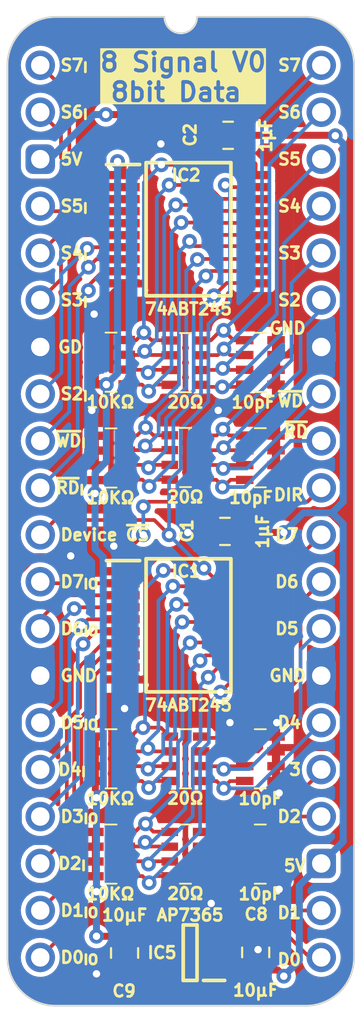
<source format=kicad_pcb>
(kicad_pcb (version 20240108) (generator "pcbnew") (generator_version "8.0")
  (title_block (title "8bit Data 8bit Signal Buffer") (date "2024-02-16") (rev "V0"))
  (layers (0 "F.Cu" signal) (31 "B.Cu" signal) (34 "B.Paste" user) (35 "F.Paste" user) (36 "B.SilkS" user "B.Silkscreen") (37 "F.SilkS" user "F.Silkscreen") (38 "B.Mask" user) (39 "F.Mask" user) (44 "Edge.Cuts" user))
  (net 0 "")
  (net 1 "GND")
  (net 2 "5V")
  (net 3 "/3.3V")
  (net 4 "D7_{s}")
  (net 5 "D4_{s}")
  (net 6 "D5_{s}")
  (net 7 "D6_{s}")
  (net 8 "D0_{s}")
  (net 9 "D2_{s}")
  (net 10 "D3_{s}")
  (net 12 "/D0")
  (net 13 "/D1")
  (net 14 "/D2")
  (net 15 "/D3")
  (net 16 "/D4")
  (net 17 "/D5")
  (net 18 "/D6")
  (net 19 "/D7")
  (net 20 "D1_{s}")
  (net 21 "S3_{s}")
  (net 22 "~{WD}_{s}")
  (net 23 "S2_{s}")
  (net 24 "~{RD}_{s}")
  (net 25 "S5_{s}")
  (net 26 "S6_{s}")
  (net 27 "S4_{s}")
  (net 28 "S7_{s}")
  (net 29 "/S7")
  (net 30 "/S6")
  (net 31 "/S5")
  (net 32 "/S4")
  (net 33 "/S3")
  (net 34 "/S2")
  (net 35 "D2_{IN{slash}OUT}")
  (net 36 "D4_{IN{slash}OUT}")
  (net 37 "D0_{IN{slash}OUT}")
  (net 38 "D3_{IN{slash}OUT}")
  (net 39 "D7_{IN{slash}OUT}")
  (net 40 "D6_{IN{slash}OUT}")
  (net 41 "D5_{IN{slash}OUT}")
  (net 42 "DIR")
  (net 43 "Device ~{CS}")
  (net 44 "D1_{IN{slash}OUT}")
  (net 45 "~{WD}_{IN}")
  (net 46 "S5_{IN}")
  (net 47 "S3_{IN}")
  (net 48 "~{RD}_{IN}")
  (net 49 "S4_{IN}")
  (net 50 "S7_{IN}")
  (net 51 "S6_{IN}")
  (net 52 "S2_{IN}")
  (net 53 "/~{RD}")
  (net 54 "/~{WD}")
  (footprint "SamacSys_Parts:SOP65P780X200-20N" (layer "F.Cu") (at 96.94 67.2886)
    (property "Reference" "IC2")
    (property "Value" "SN74ABT245BDBR" (hide yes))
  )
  (footprint "SamacSys_Parts:CA0612KRX7R9BB100" (layer "F.Cu") (at 100.838 95.936)
    (property "Reference" "CN1" (hide yes))
    (property "Value" "CA0612KRX7R9BB100" (hide yes))
  )
  (footprint "SamacSys_Parts:C_0805" (layer "F.Cu") (at 100.584 106.426)
    (property "Reference" "C8")
    (property "Value" "10µF")
  )
  (footprint "SamacSys_Parts:CAY16-J4" (layer "F.Cu") (at 92.71 101.092)
    (property "Reference" "RN2" (hide yes))
    (property "Value" "CAY16-103J4LF" (hide yes))
  )
  (footprint "SamacSys_Parts:CAY16-J4" (layer "F.Cu") (at 92.71 95.936)
    (property "Reference" "RN1" (hide yes))
    (property "Value" "CAY16-103J4LF" (hide yes))
  )
  (footprint "SamacSys_Parts:CAY16-F4" (layer "F.Cu") (at 96.774 95.9168)
    (property "Reference" "RN5" (hide yes))
    (property "Value" "CAY16-200J4LF" (hide yes))
  )
  (footprint "SamacSys_Parts:CA0612KRX7R9BB100" (layer "F.Cu") (at 100.838 79.6502)
    (property "Reference" "CN3" (hide yes))
    (property "Value" "CA0612KRX7R9BB100" (hide yes))
  )
  (footprint "SamacSys_Parts:CAY16-F4" (layer "F.Cu") (at 96.774 79.6186)
    (property "Reference" "RN7" (hide yes))
    (property "Value" "CAY16-200J4LF" (hide yes))
  )
  (footprint "SamacSys_Parts:CAY16-J4" (layer "F.Cu") (at 92.71 74.4816)
    (property "Reference" "RN3" (hide yes))
    (property "Value" "CAY16-103J4LF" (hide yes))
  )
  (footprint "SamacSys_Parts:CAY16-F4" (layer "F.Cu") (at 96.774 74.4878)
    (property "Reference" "RN8" (hide yes))
    (property "Value" "CAY16-200J4LF" (hide yes))
  )
  (footprint "SamacSys_Parts:CA0612KRX7R9BB100" (layer "F.Cu") (at 100.838 74.494)
    (property "Reference" "CN4" (hide yes))
    (property "Value" "CA0612KRX7R9BB100" (hide yes))
  )
  (footprint "SamacSys_Parts:C_0805" (layer "F.Cu") (at 99.1048 62.2086 90)
    (property "Reference" "C2")
    (property "Value" "1μF")
  )
  (footprint "SamacSys_Parts:SOP65P780X200-20N" (layer "F.Cu") (at 96.94 88.716)
    (property "Reference" "IC1")
    (property "Value" "SN74ABT245BDBR" (hide yes))
  )
  (footprint "SamacSys_Parts:CAY16-J4" (layer "F.Cu") (at 92.71 79.6632)
    (property "Reference" "RN4" (hide yes))
    (property "Value" "CAY16-103J4LF" (hide yes))
  )
  (footprint "SamacSys_Parts:C_0805" (layer "F.Cu") (at 93.472 106.426 180)
    (property "Reference" "C9")
    (property "Value" "10µF")
  )
  (footprint "SamacSys_Parts:CA0612KRX7R9BB100" (layer "F.Cu") (at 100.838 101.092)
    (property "Reference" "CN2" (hide yes))
    (property "Value" "CA0612KRX7R9BB100" (hide yes))
  )
  (footprint "SamacSys_Parts:SOT95P285X130-5N" (layer "F.Cu") (at 97.028 106.426 180)
    (property "Reference" "IC5")
    (property "Value" "AP7365-33WG-7" (hide yes))
  )
  (footprint "SamacSys_Parts:C_0805" (layer "F.Cu") (at 98.933 83.636 90)
    (property "Reference" "C1")
    (property "Value" "1μF")
  )
  (footprint "SamacSys_Parts:DIP-40_Board_W15.24mm" (layer "F.Cu") (at 88.9 58.42)
    (property "Reference" "J2" (hide yes))
    (property "Value" "Conn_02x20_Counter_Clockwise" (hide yes))
    (fp_line (start -1.778 48.26) (end -1.778 0) (stroke (width 0.1)) (layer "Edge.Cuts"))
    (fp_line (start 6.731 -2.6162) (end 0.835732 -2.613732) (stroke (width 0.1)) (layer "Edge.Cuts"))
    (fp_line (start 14.404267 -2.613733) (end 8.509 -2.6162) (stroke (width 0.1)) (layer "Edge.Cuts"))
    (fp_line (start 14.404268 50.873732) (end 0.835733 50.873733) (stroke (width 0.1)) (layer "Edge.Cuts"))
    (fp_line (start 17.018 48.26) (end 17.017999 -0.000001) (stroke (width 0.1)) (layer "Edge.Cuts"))
    (fp_arc (start -1.778 0) (mid -1.012456 -1.848188) (end 0.835732 -2.613732) (stroke (width 0.1)) (layer "Edge.Cuts"))
    (fp_arc (start 0.835733 50.873733) (mid -1.012457 50.10819) (end -1.778 48.26) (stroke (width 0.1)) (layer "Edge.Cuts"))
    (fp_arc (start 8.509 -2.6162) (mid 7.62 -1.7272) (end 6.731 -2.6162) (stroke (width 0.1)) (layer "Edge.Cuts"))
    (fp_arc (start 14.404267 -2.613733) (mid 16.252451 -1.848184) (end 17.017999 -0.000001) (stroke (width 0.1)) (layer "Edge.Cuts"))
    (fp_arc (start 17.018 48.26) (mid 16.252456 50.108187) (end 14.404268 50.873732) (stroke (width 0.1)) (layer "Edge.Cuts"))
  )
  (footprint "SamacSys_Parts:CAY16-F4" (layer "F.Cu") (at 96.774 101.0728)
    (property "Reference" "RN6" (hide yes))
    (property "Value" "CAY16-200J4LF" (hide yes))
  )
  (gr_text "S6" (at 103.124 60.96 0) (layer "F.SilkS") (effects (font (size 0.635 0.635)) (justify right)))
  (gr_text "S3_{I}" (at 89.916 71.12 0) (layer "F.SilkS") (effects (font (size 0.635 0.635)) (justify left)))
  (gr_text "S5" (at 103.124 63.5 0) (layer "F.SilkS") (effects (font (size 0.635 0.635)) (justify right)))
  (gr_text "S4_{I}" (at 89.916 68.58 0) (layer "F.SilkS") (effects (font (size 0.635 0.635)) (justify left)))
  (gr_text "D7" (at 102.997 83.82 0) (layer "F.SilkS") (effects (font (size 0.635 0.635)) (justify right)))
  (gr_text "5V" (at 89.916 63.5 0) (layer "F.SilkS") (effects (font (size 0.635 0.635)) (justify left)))
  (gr_text "D4" (at 103.124 93.98 0) (layer "F.SilkS") (effects (font (size 0.635 0.635)) (justify right)))
  (gr_text "S3" (at 103.124 68.58 0) (layer "F.SilkS") (effects (font (size 0.635 0.635)) (justify right)))
  (gr_text "D6" (at 102.997 86.36 0) (layer "F.SilkS") (effects (font (size 0.635 0.635)) (justify right)))
  (gr_text "GND" (at 103.378 72.644 0) (layer "F.SilkS") (effects (font (size 0.635 0.635)) (justify right)))
  (gr_text "D5" (at 102.997 88.9 0) (layer "F.SilkS") (effects (font (size 0.635 0.635)) (justify right)))
  (gr_text "S5_{I}" (at 89.916 66.04 0) (layer "F.SilkS") (effects (font (size 0.635 0.635)) (justify left)))
  (gr_text "D4_{I}" (at 89.789 96.52 0) (layer "F.SilkS") (effects (font (size 0.635 0.635)) (justify left)))
  (gr_text "D5_{IO}" (at 89.916 93.98 0) (layer "F.SilkS") (effects (font (size 0.635 0.635)) (justify left)))
  (gr_text "D6_{IO}" (at 89.916 88.9 0) (layer "F.SilkS") (effects (font (size 0.635 0.635)) (justify left)))
  (gr_text "D7_{IO}" (at 89.916 86.36 0) (layer "F.SilkS") (effects (font (size 0.635 0.635)) (justify left)))
  (gr_text "S7" (at 103.124 58.42 0) (layer "F.SilkS") (effects (font (size 0.635 0.635)) (justify right)))
  (gr_text "~{WD}" (at 103.251 76.581 0) (layer "F.SilkS") (effects (font (size 0.635 0.635)) (justify right)))
  (gr_text "S4" (at 103.124 66.04 0) (layer "F.SilkS") (effects (font (size 0.635 0.635)) (justify right)))
  (gr_text "S2_{I}" (at 89.916 76.2 0) (layer "F.SilkS") (effects (font (size 0.635 0.635)) (justify left)))
  (gr_text "D1_{IO}" (at 89.916 104.14 0) (layer "F.SilkS") (effects (font (size 0.635 0.635)) (justify left)))
  (gr_text "S7_{I}" (at 89.916 58.42 0) (layer "F.SilkS") (effects (font (size 0.635 0.635)) (justify left)))
  (gr_text "GND" (at 89.916 91.44 0) (layer "F.SilkS") (effects (font (size 0.635 0.635)) (justify left)))
  (gr_text "~{RD}_{I}" (at 89.662 81.28 0) (layer "F.SilkS") (effects (font (size 0.635 0.635)) (justify left)))
  (gr_text "D0_{IO}" (at 89.916 106.68 0) (layer "F.SilkS") (effects (font (size 0.635 0.635)) (justify left)))
  (gr_text "D1" (at 103.124 104.267 0) (layer "F.SilkS") (effects (font (size 0.635 0.635)) (justify right)))
  (gr_text "~{WD}_{I}" (at 89.662 78.74 0) (layer "F.SilkS") (effects (font (size 0.635 0.635)) (justify left)))
  (gr_text "D3_{IO}" (at 89.916 99.06 0) (layer "F.SilkS") (effects (font (size 0.635 0.635)) (justify left)))
  (gr_text "D2_{I}" (at 89.789 101.6 0) (layer "F.SilkS") (effects (font (size 0.635 0.635)) (justify left)))
  (gr_text "~{RD}" (at 103.505 78.232 0) (layer "F.SilkS") (effects (font (size 0.635 0.635)) (justify right)))
  (gr_text "DIR" (at 103.251 81.661 0) (layer "F.SilkS") (effects (font (size 0.635 0.635)) (justify right)))
  (gr_text "5V" (at 103.378 101.727 0) (layer "F.SilkS") (effects (font (size 0.635 0.635)) (justify right)))
  (gr_text "Device ~{CS}" (at 89.916 83.82 0) (layer "F.SilkS") (effects (font (size 0.635 0.635)) (justify left)))
  (gr_text "S6_{I}" (at 89.916 60.96 0) (layer "F.SilkS") (effects (font (size 0.635 0.635)) (justify left)))
  (gr_text "S2" (at 103.124 71.12 0) (layer "F.SilkS") (effects (font (size 0.635 0.635)) (justify right)))
  (gr_text "GD" (at 89.789 73.66 0) (layer "F.SilkS") (effects (font (size 0.635 0.635)) (justify left)))
  (gr_text "8 Signal V0\n8bit Data " (at 96.647 60.452 0) (layer "F.SilkS" knockout) (effects (font (size 1 1) (thickness 0.2) (bold yes)) (justify bottom)))
  (gr_text "3" (at 103.124 96.52 0) (layer "F.SilkS") (effects (font (size 0.635 0.635)) (justify right)))
  (gr_text "GND" (at 103.378 91.44 0) (layer "F.SilkS") (effects (font (size 0.635 0.635)) (justify right)))
  (gr_text "D2" (at 103.124 99.06 0) (layer "F.SilkS") (effects (font (size 0.635 0.635)) (justify right)))
  (gr_text "D0" (at 103.124 106.807 0) (layer "F.SilkS") (effects (font (size 0.635 0.635)) (justify right)))
  (segment (start 87.63 90.17) (end 87.63 85.947085) (width 0.38) (layer "F.Cu") (net 1))
  (segment (start 95.4405 62.6745) (end 95.9064 62.2086) (width 0.38) (layer "F.Cu") (net 1))
  (segment (start 101.688 102.292) (end 101.688 102.831) (width 0.38) (layer "F.Cu") (net 1))
  (segment (start 97.967 83.636) (end 96.958 83.636) (width 0.38) (layer "F.Cu") (net 1))
  (segment (start 105.33 96.027085) (end 105.33 99.552915) (width 0.38) (layer "F.Cu") (net 1))
  (segment (start 88.567085 85.01) (end 90.504 85.01) (width 0.38) (layer "F.Cu") (net 1))
  (segment (start 101.688 95.536) (end 101.688 94.736) (width 0.38) (layer "F.Cu") (net 1))
  (segment (start 101.688 72.478) (end 100.965 71.755) (width 0.38) (layer "F.Cu") (net 1))
  (segment (start 101.688 97.497) (end 101.854 97.663) (width 0.38) (layer "F.Cu") (net 1))
  (segment (start 94.68 91.631) (end 94.67 91.641) (width 0.38) (layer "F.Cu") (net 1))
  (segment (start 98.425 93.218) (end 99.187 93.98) (width 0.38) (layer "F.Cu") (net 1))
  (segment (start 92.125 107.392) (end 91.948 107.569) (width 0.38) (layer "F.Cu") (net 1))
  (segment (start 91.69401 77.089) (end 91.694 77.08899) (width 0.38) (layer "F.Cu") (net 1))
  (segment (start 101.688 74.894) (end 101.688 75.694) (width 0.38) (layer "F.Cu") (net 1))
  (segment (start 101.688 96.336) (end 101.688 97.497) (width 0.38) (layer "F.Cu") (net 1))
  (segment (start 90.043 73.66) (end 91.820998 71.882002) (width 0.38) (layer "F.Cu") (net 1))
  (segment (start 93.39 93.136) (end 93.472002 93.218002) (width 0.38) (layer "F.Cu") (net 1))
  (segment (start 101.688 73.294) (end 101.688 74.094) (width 0.38) (layer "F.Cu") (net 1))
  (segment (start 104.632915 95.33) (end 105.33 96.027085) (width 0.38) (layer "F.Cu") (net 1))
  (segment (start 97.967 83.636) (end 99.082 82.521) (width 0.38) (layer "F.Cu") (net 1))
  (segment (start 98.552 77.089) (end 91.69401 77.089) (width 0.38) (layer "F.Cu") (net 1))
  (segment (start 96.958 83.636) (end 96.901 83.693) (width 0.38) (layer "F.Cu") (net 1))
  (segment (start 103.251 100.33) (end 102.889 100.692) (width 0.38) (layer "F.Cu") (net 1))
  (segment (start 101.854 97.663) (end 101.854 97.789986) (width 0.38) (layer "F.Cu") (net 1))
  (segment (start 101.726996 93.853004) (end 101.726996 93.98) (width 0.38) (layer "F.Cu") (net 1))
  (segment (start 99.187 106.426) (end 100.153 105.46) (width 0.38) (layer "F.Cu") (net 1))
  (segment (start 95.351229 84.836) (end 94.68 85.507229) (width 0.38) (layer "F.Cu") (net 1))
  (segment (start 101.688 96.336) (end 101.688 95.536) (width 0.38) (layer "F.Cu") (net 1))
  (segment (start 101.688 94.018996) (end 101.726996 93.98) (width 0.38) (layer "F.Cu") (net 1))
  (segment (start 93.39 91.641) (end 93.39 93.136) (width 0.38) (layer "F.Cu") (net 1))
  (segment (start 99.441 103.759) (end 98.171 103.759) (width 0.38) (layer "F.Cu") (net 1))
  (segment (start 104.552915 100.33) (end 103.251 100.33) (width 0.38) (layer "F.Cu") (net 1))
  (segment (start 96.767 84.836) (end 95.351229 84.836) (width 0.38) (layer "F.Cu") (net 1))
  (segment (start 93.472004 93.218) (end 98.425 93.218) (width 0.38) (layer "F.Cu") (net 1))
  (segment (start 91.820998 71.782602) (end 91.820998 71.882002) (width 0.38) (layer "F.Cu") (net 1))
  (segment (start 104.523915 82.521) (end 105.33 83.327085) (width 0.38) (layer "F.Cu") (net 1))
  (segment (start 95.9064 62.2086) (end 98.1388 62.2086) (width 0.38) (layer "F.Cu") (net 1))
  (segment (start 100.584 105.46) (end 100.584 104.902) (width 0.38) (layer "F.Cu") (net 1))
  (segment (start 104.14 91.44) (end 101.726996 93.853004) (width 0.38) (layer "F.Cu") (net 1))
  (segment (start 101.688 78.4502) (end 101.688 77.089) (width 0.38) (layer "F.Cu") (net 1))
  (segment (start 94.68 63.435) (end 95.4405 62.6745) (width 0.38) (layer "F.Cu") (net 1))
  (segment (start 101.688 80.8502) (end 101.688 80.0502) (width 0.38) (layer "F.Cu") (net 1))
  (segment (start 94.68 70.2036) (end 94.68 63.435) (width 0.38) (layer "F.Cu") (net 1))
  (segment (start 101.688 102.831) (end 101.854 102.997) (width 0.38) (layer "F.Cu") (net 1))
  (segment (start 101.688 77.089) (end 98.552 77.089) (width 0.38) (layer "F.Cu") (net 1))
  (segment (start 90.598 85.01) (end 92.30805 85.01) (width 0.38) (layer "F.Cu") (net 1))
  (segment (start 93.472002 93.218002) (end 93.472004 93.218) (width 0.38) (layer "F.Cu") (net 1))
  (segment (start 101.894 95.33) (end 104.632915 95.33) (width 0.38) (layer "F.Cu") (net 1))
  (segment (start 88.9 91.44) (end 87.63 90.17) (width 0.38) (layer "F.Cu") (net 1))
  (segment (start 101.688 94.736) (end 101.688 94.018996) (width 0.38) (layer "F.Cu") (net 1))
  (segment (start 101.688 100.692) (end 101.688 99.892) (width 0.38) (layer "F.Cu") (net 1))
  (segment (start 101.688 73.294) (end 101.688 72.478) (width 0.38) (layer "F.Cu") (net 1))
  (segment (start 101.688 102.292) (end 101.688 101.492) (width 0.38) (layer "F.Cu") (net 1))
  (segment (start 101.688 97.136) (end 101.688 97.497) (width 0.38) (layer "F.Cu") (net 1))
  (segment (start 101.688 101.492) (end 101.688 100.692) (width 0.38) (layer "F.Cu") (net 1))
  (segment (start 101.688 80.0502) (end 101.688 79.2502) (width 0.38) (layer "F.Cu") (net 1))
  (segment (start 100.584 104.902) (end 99.441 103.759) (width 0.38) (layer "F.Cu") (net 1))
  (segment (start 105.33 99.552915) (end 104.552915 100.33) (width 0.38) (layer "F.Cu") (net 1))
  (segment (start 97.967 83.636) (end 96.767 84.836) (width 0.38) (layer "F.Cu") (net 1))
  (segment (start 92.30805 85.01) (end 92.887707 84.430343) (width 0.38) (layer "F.Cu") (net 1))
  (segment (start 101.688 74.094) (end 102.309 74.094) (width 0.38) (layer "F.Cu") (net 1))
  (segment (start 94.68 85.507229) (end 94.68 91.631) (width 0.38) (layer "F.Cu") (net 1))
  (segment (start 100.711 106.2605) (end 100.711 105.587) (width 0.38) (layer "F.Cu") (net 1))
  (segment (start 90.504 85.01) (end 90.551 84.963) (width 0.38) (layer "F.Cu") (net 1))
  (segment (start 99.082 82.521) (end 104.523915 82.521) (width 0.38) (layer "F.Cu") (net 1))
  (segment (start 93.39 70.2136) (end 94.67 70.2136) (width 0.38) (layer "F.Cu") (net 1))
  (segment (start 93.39 70.2136) (end 91.820998 71.782602) (width 0.38) (layer "F.Cu") (net 1))
  (segment (start 100.965 71.755) (end 96.2114 71.755) (width 0.38) (layer "F.Cu") (net 1))
  (segment (start 105.33 83.327085) (end 105.33 90.25) (width 0.38) (layer "F.Cu") (net 1))
  (segment (start 101.688 74.094) (end 101.688 74.894) (width 0.38) (layer "F.Cu") (net 1))
  (segment (start 88.9 73.66) (end 90.043 73.66) (width 0.38) (layer "F.Cu") (net 1))
  (segment (start 101.688 79.2502) (end 101.688 78.4502) (width 0.38) (layer "F.Cu") (net 1))
  (segment (start 98.328 106.426) (end 99.187 106.426) (width 0.38) (layer "F.Cu") (net 1))
  (segment (start 102.889 100.692) (end 101.688 100.692) (width 0.38) (layer "F.Cu") (net 1))
  (segment (start 101.688 95.536) (end 101.894 95.33) (width 0.38) (layer "F.Cu") (net 1))
  (segment (start 105.33 90.25) (end 104.14 91.44) (width 0.38) (layer "F.Cu") (net 1))
  (segment (start 102.309 74.094) (end 102.743 73.66) (width 0.38) (layer "F.Cu") (net 1))
  (segment (start 93.472 107.392) (end 92.125 107.392) (width 0.38) (layer "F.Cu") (net 1))
  (segment (start 87.63 85.947085) (end 88.567085 85.01) (width 0.38) (layer "F.Cu") (net 1))
  (segment (start 102.743 73.66) (end 104.14 73.66) (width 0.38) (layer "F.Cu") (net 1))
  (segment (start 101.688 77.089) (end 101.688 75.694) (width 0.38) (layer "F.Cu") (net 1))
  (segment (start 94.67 91.641) (end 93.39 91.641) (width 0.38) (layer "F.Cu") (net 1))
  (segment (start 90.551 84.963) (end 90.598 85.01) (width 0.38) (layer "F.Cu") (net 1))
  (segment (start 96.2114 71.755) (end 94.67 70.2136) (width 0.38) (layer "F.Cu") (net 1))
  (segment (start 94.67 70.2136) (end 94.68 70.2036) (width 0.38) (layer "F.Cu") (net 1))
  (via (at 91.820998 71.882002) (size 0.8) (drill 0.4) (layers "F.Cu" "B.Cu") (net 1))
  (via (at 93.472002 93.218002) (size 0.8) (drill 0.4) (layers "F.Cu" "B.Cu") (net 1))
  (via (at 91.948 107.569) (size 0.8) (drill 0.4) (layers "F.Cu" "B.Cu") (net 1))
  (via (at 101.854 102.997) (size 0.8) (drill 0.4) (layers "F.Cu" "B.Cu") (net 1))
  (via (at 99.187 93.98) (size 0.8) (drill 0.4) (layers "F.Cu" "B.Cu") (net 1))
  (via (at 98.552 77.089) (size 0.8) (drill 0.4) (layers "F.Cu" "B.Cu") (net 1))
  (via (at 101.726996 93.98) (size 0.8) (drill 0.4) (layers "F.Cu" "B.Cu") (net 1))
  (via (at 90.551 84.963) (size 0.8) (drill 0.4) (layers "F.Cu" "B.Cu") (net 1))
  (via (at 96.901 83.693) (size 0.8) (drill 0.4) (layers "F.Cu" "B.Cu") (net 1))
  (via (at 92.887707 84.430343) (size 0.8) (drill 0.4) (layers "F.Cu" "B.Cu") (net 1))
  (via (at 95.4405 62.6745) (size 0.8) (drill 0.4) (layers "F.Cu" "B.Cu") (net 1))
  (via (at 98.171 103.759) (size 0.8) (drill 0.4) (layers "F.Cu" "B.Cu") (net 1))
  (via (at 100.711 106.2605) (size 0.8) (drill 0.4) (layers "F.Cu" "B.Cu") (net 1))
  (via (at 101.854 97.789986) (size 0.8) (drill 0.4) (layers "F.Cu" "B.Cu") (net 1))
  (via (at 91.694 77.08899) (size 0.8) (drill 0.4) (layers "F.Cu" "B.Cu") (net 1))
  (segment (start 97.028 78.613) (end 98.552 77.089) (width 0.38) (layer "B.Cu") (net 1))
  (segment (start 93.65064 84.836) (end 93.472002 85.014638) (width 0.38) (layer "B.Cu") (net 1))
  (segment (start 92.7735 62.6745) (end 95.4405 62.6745) (width 0.38) (layer "B.Cu") (net 1))
  (segment (start 90.932 101.854) (end 90.932 106.553) (width 0.38) (layer "B.Cu") (net 1))
  (segment (start 100.711 106.5399) (end 100.711 106.2605) (width 0.38) (layer "B.Cu") (net 1))
  (segment (start 91.694 79.824756) (end 91.694 77.08899) (width 0.38) (layer "B.Cu") (net 1))
  (segment (start 90.551 80.967756) (end 91.694 79.824756) (width 0.38) (layer "B.Cu") (net 1))
  (segment (start 95.869636 84.836) (end 93.65064 84.836) (width 0.38) (layer "B.Cu") (net 1))
  (segment (start 92.301 63.147) (end 92.7735 62.6745) (width 0.38) (layer "B.Cu") (net 1))
  (segment (start 100.711 106.5399) (end 99.0469 108.204) (width 0.38) (layer "B.Cu") (net 1))
  (segment (start 100.711 106.2605) (end 100.711 104.14) (width 0.38) (layer "B.Cu") (net 1))
  (segment (start 91.820998 71.882002) (end 91.693988 72.009012) (width 0.38) (layer "B.Cu") (net 1))
  (segment (start 88.9 91.44) (end 87.71 92.63) (width 0.38) (layer "B.Cu") (net 1))
  (segment (start 101.726996 93.98) (end 101.726996 90.69336) (width 0.38) (layer "B.Cu") (net 1))
  (segment (start 91.693988 72.009012) (end 91.693988 77.088978) (width 0.38) (layer "B.Cu") (net 1))
  (segment (start 93.472002 93.218002) (end 93.472002 85.014638) (width 0.38) (layer "B.Cu") (net 1))
  (segment (start 99.187 93.98) (end 99.187 94.615) (width 0.38) (layer "B.Cu") (net 1))
  (segment (start 97.028 83.566) (end 97.028 78.613) (width 0.38) (layer "B.Cu") (net 1))
  (segment (start 91.693988 77.088978) (end 91.694 77.08899) (width 0.38) (layer "B.Cu") (net 1))
  (segment (start 89.488 100.41) (end 90.932 101.854) (width 0.38) (layer "B.Cu") (net 1))
  (segment (start 98.059 95.743) (end 98.059 103.647) (width 0.38) (layer "B.Cu") (net 1))
  (segment (start 101.854 97.789986) (end 101.854 102.997) (width 0.38) (layer "B.Cu") (net 1))
  (segment (start 101.726996 90.69336) (end 95.869636 84.836) (width 0.38) (layer "B.Cu") (net 1))
  (segment (start 88.407085 100.41) (end 89.488 100.41) (width 0.38) (layer "B.Cu") (net 1))
  (segment (start 98.059 103.647) (end 98.171 103.759) (width 0.38) (layer "B.Cu") (net 1))
  (segment (start 87.71 92.63) (end 87.71 99.712915) (width 0.38) (layer "B.Cu") (net 1))
  (segment (start 96.901 83.693) (end 97.028 83.566) (width 0.38) (layer "B.Cu") (net 1))
  (segment (start 92.583 108.204) (end 91.948 107.569) (width 0.38) (layer "B.Cu") (net 1))
  (segment (start 93.472002 85.014638) (end 92.887707 84.430343) (width 0.38) (layer "B.Cu") (net 1))
  (segment (start 91.820998 71.882002) (end 92.301 71.402) (width 0.38) (layer "B.Cu") (net 1))
  (segment (start 92.301 71.402) (end 92.301 63.147) (width 0.38) (layer "B.Cu") (net 1))
  (segment (start 99.0469 108.204) (end 92.583 108.204) (width 0.38) (layer "B.Cu") (net 1))
  (segment (start 90.551 84.963) (end 90.551 80.967756) (width 0.38) (layer "B.Cu") (net 1))
  (segment (start 99.187 94.615) (end 98.059 95.743) (width 0.38) (layer "B.Cu") (net 1))
  (segment (start 87.71 99.712915) (end 88.407085 100.41) (width 0.38) (layer "B.Cu") (net 1))
  (segment (start 101.726996 93.98) (end 99.187 93.98) (width 0.38) (layer "B.Cu") (net 1))
  (segment (start 100.711 104.14) (end 101.854 102.997) (width 0.38) (layer "B.Cu") (net 1))
  (segment (start 90.932 106.553) (end 91.948 107.569) (width 0.38) (layer "B.Cu") (net 1))
  (segment (start 100.49 64.3636) (end 100.49 63.787) (width 0.38) (layer "F.Cu") (net 2))
  (segment (start 98.9172 61.087) (end 92.456 61.087) (width 0.38) (layer "F.Cu") (net 2))
  (segment (start 100.5586 107.3854) (end 98.3374 107.3854) (width 0.38) (layer "F.Cu") (net 2))
  (segment (start 104.880618 62.2086) (end 104.902018 62.23) (width 0.38) (layer "F.Cu") (net 2))
  (segment (start 99.867 83.636) (end 99.867 84.627) (width 0.38) (layer "F.Cu") (net 2))
  (segment (start 101.772 107.36) (end 102.108 107.696) (width 0.38) (layer "F.Cu") (net 2))
  (segment (start 100.0388 62.2086) (end 98.9172 61.087) (width 0.38) (layer "F.Cu") (net 2))
  (segment (start 100.49 63.787) (end 100.0388 63.3358) (width 0.38) (layer "F.Cu") (net 2))
  (segment (start 100.0388 63.3358) (end 100.0388 62.2086) (width 0.38) (layer "F.Cu") (net 2))
  (segment (start 100.584 107.36) (end 101.772 107.36) (width 0.38) (layer "F.Cu") (net 2))
  (segment (start 97.363 105.486) (end 97.363 107.376) (width 0.38) (layer "F.Cu") (net 2))
  (segment (start 102.108 83.693) (end 99.924 83.693) (width 0.38) (layer "F.Cu") (net 2))
  (segment (start 100.49 85.25) (end 100.49 85.791) (width 0.38) (layer "F.Cu") (net 2))
  (segment (start 97.363 107.376) (end 98.328 107.376) (width 0.38) (layer "F.Cu") (net 2))
  (segment (start 99.867 84.627) (end 100.49 85.25) (width 0.38) (layer "F.Cu") (net 2))
  (segment (start 97.373 105.476) (end 97.363 105.486) (width 0.38) (layer "F.Cu") (net 2))
  (segment (start 100.0388 62.2086) (end 104.880618 62.2086) (width 0.38) (layer "F.Cu") (net 2))
  (segment (start 98.328 105.476) (end 97.373 105.476) (width 0.38) (layer "F.Cu") (net 2))
  (via (at 104.902018 62.23) (size 0.8) (drill 0.4) (layers "F.Cu" "B.Cu") (net 2))
  (via (at 102.108 107.696) (size 0.8) (drill 0.4) (layers "F.Cu" "B.Cu") (net 2))
  (via (at 92.456 61.087) (size 0.8) (drill 0.4) (layers "F.Cu" "B.Cu") (net 2))
  (via (at 102.108 83.693) (size 0.8) (drill 0.4) (layers "F.Cu" "B.Cu") (net 2))
  (segment (start 102.95 106.854) (end 102.95 102.79) (width 0.38) (layer "B.Cu") (net 2))
  (segment (start 105.33 62.657982) (end 104.902018 62.23) (width 0.38) (layer "B.Cu") (net 2))
  (segment (start 103.171 82.63) (end 103.124 82.677) (width 0.38) (layer "B.Cu") (net 2))
  (segment (start 91.821 61.087) (end 92.456 61.087) (width 0.38) (layer "B.Cu") (net 2))
  (segment (start 104.728 82.63) (end 105.33 82.028) (width 0.38) (layer "B.Cu") (net 2))
  (segment (start 89.408 63.5) (end 91.821 61.087) (width 0.38) (layer "B.Cu") (net 2))
  (segment (start 105.33 100.41) (end 105.33 83.232) (width 0.38) (layer "B.Cu") (net 2))
  (segment (start 102.108 107.696) (end 102.95 106.854) (width 0.38) (layer "B.Cu") (net 2))
  (segment (start 102.95 102.79) (end 104.14 101.6) (width 0.38) (layer "B.Cu") (net 2))
  (segment (start 104.728 82.63) (end 103.171 82.63) (width 0.38) (layer "B.Cu") (net 2))
  (segment (start 103.124 82.677) (end 102.108 83.693) (width 0.38) (layer "B.Cu") (net 2))
  (segment (start 105.33 82.028) (end 105.33 62.657982) (width 0.38) (layer "B.Cu") (net 2))
  (segment (start 104.14 101.6) (end 105.33 100.41) (width 0.38) (layer "B.Cu") (net 2))
  (segment (start 105.33 83.232) (end 104.728 82.63) (width 0.38) (layer "B.Cu") (net 2))
  (segment (start 91.889 75.6816) (end 91.889 74.8816) (width 0.38) (layer "F.Cu") (net 3))
  (segment (start 91.889 101.492) (end 91.889 100.692) (width 0.38) (layer "F.Cu") (net 3))
  (segment (start 93.39 63.926) (end 93.091 63.627) (width 0.38) (layer "F.Cu") (net 3))
  (segment (start 91.89841 75.69101) (end 92.484 75.69101) (width 0.38) (layer "F.Cu") (net 3))
  (segment (start 91.889 97.136) (end 91.889 96.336) (width 0.38) (layer "F.Cu") (net 3))
  (segment (start 91.889 79.2632) (end 91.889 78.4632) (width 0.38) (layer "F.Cu") (net 3))
  (segment (start 91.889 80.0632) (end 91.889 79.2632) (width 0.38) (layer "F.Cu") (net 3))
  (segment (start 91.889 74.8816) (end 91.889 74.0816) (width 0.38) (layer "F.Cu") (net 3))
  (segment (start 93.427 105.537) (end 91.948 105.537) (width 0.38) (layer "F.Cu") (net 3))
  (segment (start 91.889 80.8632) (end 91.889 80.0632) (width 0.38) (layer "F.Cu") (net 3))
  (segment (start 91.889 97.136) (end 91.889 97.984996) (width 0.38) (layer "F.Cu") (net 3))
  (segment (start 95.356 107.376) (end 93.472 105.492) (width 0.38) (layer "F.Cu") (net 3))
  (segment (start 91.948 102.351) (end 91.889 102.292) (width 0.38) (layer "F.Cu") (net 3))
  (segment (start 91.889 96.336) (end 91.889 95.536) (width 0.38) (layer "F.Cu") (net 3))
  (segment (start 91.889 100.692) (end 91.889 99.892) (width 0.38) (layer "F.Cu") (net 3))
  (segment (start 91.889 102.292) (end 91.889 101.492) (width 0.38) (layer "F.Cu") (net 3))
  (segment (start 93.39 64.3636) (end 93.39 63.926) (width 0.38) (layer "F.Cu") (net 3))
  (segment (start 91.889 74.0816) (end 91.889 73.2816) (width 0.38) (layer "F.Cu") (net 3))
  (segment (start 91.889 97.984996) (end 91.948004 98.044) (width 0.38) (layer "F.Cu") (net 3))
  (segment (start 91.948 103.124) (end 91.948 102.351) (width 0.38) (layer "F.Cu") (net 3))
  (segment (start 91.889 81.56723) (end 91.871613 81.584617) (width 0.38) (layer "F.Cu") (net 3))
  (segment (start 91.889 95.536) (end 91.889 94.736) (width 0.38) (layer "F.Cu") (net 3))
  (segment (start 91.889 80.8632) (end 91.889 81.56723) (width 0.38) (layer "F.Cu") (net 3))
  (via (at 91.948 103.124) (size 0.8) (drill 0.4) (layers "F.Cu" "B.Cu") (net 3))
  (via (at 91.871613 81.584617) (size 0.8) (drill 0.4) (layers "F.Cu" "B.Cu") (net 3))
  (via (at 91.948004 98.044) (size 0.8) (drill 0.4) (layers "F.Cu" "B.Cu") (net 3))
  (via (at 91.948 105.537) (size 0.8) (drill 0.4) (layers "F.Cu" "B.Cu") (net 3))
  (via (at 92.484 75.69101) (size 0.8) (drill 0.4) (layers "F.Cu" "B.Cu") (net 3))
  (via (at 93.091 63.627) (size 0.8) (drill 0.4) (layers "F.Cu" "B.Cu") (net 3))
  (segment (start 92.314024 85.030418) (end 91.871613 84.588007) (width 0.38) (layer "B.Cu") (net 3))
  (segment (start 91.871613 84.588007) (end 91.871613 81.584617) (width 0.38) (layer "B.Cu") (net 3))
  (segment (start 92.314024 97.67798) (end 92.314024 85.030418) (width 0.38) (layer "B.Cu") (net 3))
  (segment (start 91.948004 98.044) (end 92.314024 97.67798) (width 0.38) (layer "B.Cu") (net 3))
  (segment (start 92.484 79.855) (end 92.484 75.69101) (width 0.38) (layer "B.Cu") (net 3))
  (segment (start 91.948 98.044004) (end 91.948004 98.044) (width 0.38) (layer "B.Cu") (net 3))
  (segment (start 92.484 75.69101) (end 93.091 75.08401) (width 0.38) (layer "B.Cu") (net 3))
  (segment (start 91.871613 80.467387) (end 92.484 79.855) (width 0.38) (layer "B.Cu") (net 3))
  (segment (start 91.948 105.537) (end 91.948 103.124) (width 0.38) (layer "B.Cu") (net 3))
  (segment (start 91.871613 81.584617) (end 91.871613 80.467387) (width 0.38) (layer "B.Cu") (net 3))
  (segment (start 91.948 103.124) (end 91.948 98.044004) (width 0.38) (layer "B.Cu") (net 3))
  (segment (start 93.091 75.08401) (end 93.091 63.627) (width 0.38) (layer "B.Cu") (net 3))
  (segment (start 99.988 93.918) (end 102.489 91.417) (width 0.2) (layer "F.Cu") (net 4))
  (segment (start 102.489 91.417) (end 102.489 85.471) (width 0.2) (layer "F.Cu") (net 4))
  (segment (start 99.988 94.736) (end 99.988 93.918) (width 0.2) (layer "F.Cu") (net 4))
  (segment (start 99.9096 94.807) (end 97.7042 94.807) (width 0.2) (layer "F.Cu") (net 4))
  (segment (start 102.489 85.471) (end 104.14 83.82) (width 0.2) (layer "F.Cu") (net 4))
  (segment (start 98.849001 97.485587) (end 98.849001 97.536) (width 0.2) (layer "F.Cu") (net 5))
  (segment (start 98.466388 97.1422) (end 98.849001 97.524813) (width 0.2) (layer "F.Cu") (net 5))
  (segment (start 97.6394 97.1422) (end 98.466388 97.1422) (width 0.2) (layer "F.Cu") (net 5))
  (segment (start 99.9744 97.1422) (end 99.192388 97.1422) (width 0.2) (layer "F.Cu") (net 5))
  (segment (start 98.849001 97.524813) (end 98.849001 97.536) (width 0.2) (layer "F.Cu") (net 5))
  (segment (start 99.192388 97.1422) (end 98.849001 97.485587) (width 0.2) (layer "F.Cu") (net 5))
  (via (at 98.849001 97.536) (size 0.8) (drill 0.4) (layers "F.Cu" "B.Cu") (net 5))
  (segment (start 100.584 97.536) (end 98.849001 97.536) (width 0.2) (layer "B.Cu") (net 5))
  (segment (start 104.14 93.98) (end 100.584 97.536) (width 0.2) (layer "B.Cu") (net 5))
  (segment (start 99.9744 96.3422) (end 99.000415 96.3422) (width 0.2) (layer "F.Cu") (net 6))
  (segment (start 99.000415 96.3422) (end 98.849001 96.493614) (width 0.2) (layer "F.Cu") (net 6))
  (segment (start 97.6394 96.3422) (end 98.697587 96.3422) (width 0.2) (layer "F.Cu") (net 6))
  (segment (start 98.697587 96.3422) (end 98.849001 96.493614) (width 0.2) (layer "F.Cu") (net 6))
  (via (at 98.849001 96.493614) (size 0.8) (drill 0.4) (layers "F.Cu" "B.Cu") (net 6))
  (segment (start 103.015 90.025) (end 103.015 93.708) (width 0.2) (layer "B.Cu") (net 6))
  (segment (start 103.015 93.708) (end 100.229386 96.493614) (width 0.2) (layer "B.Cu") (net 6))
  (segment (start 100.229386 96.493614) (end 98.849001 96.493614) (width 0.2) (layer "B.Cu") (net 6))
  (segment (start 104.14 88.9) (end 103.015 90.025) (width 0.2) (layer "B.Cu") (net 6))
  (segment (start 103.015 91.527396) (end 103.015 87.485) (width 0.2) (layer "F.Cu") (net 7))
  (segment (start 100.888 95.361) (end 100.888 93.654396) (width 0.2) (layer "F.Cu") (net 7))
  (segment (start 103.015 87.485) (end 104.14 86.36) (width 0.2) (layer "F.Cu") (net 7))
  (segment (start 100.713 95.536) (end 100.888 95.361) (width 0.2) (layer "F.Cu") (net 7))
  (segment (start 99.9744 95.5422) (end 97.6394 95.5422) (width 0.2) (layer "F.Cu") (net 7))
  (segment (start 100.888 93.654396) (end 103.015 91.527396) (width 0.2) (layer "F.Cu") (net 7))
  (segment (start 99.988 95.536) (end 100.713 95.536) (width 0.2) (layer "F.Cu") (net 7))
  (segment (start 97.6648 102.2858) (end 99.9998 102.2858) (width 0.2) (layer "F.Cu") (net 8))
  (segment (start 99.988 102.292) (end 99.988 103.163) (width 0.2) (layer "F.Cu") (net 8))
  (segment (start 99.988 103.163) (end 103.505 106.68) (width 0.2) (layer "F.Cu") (net 8))
  (segment (start 100.713 100.692) (end 100.888 100.517) (width 0.2) (layer "F.Cu") (net 9))
  (segment (start 101.347396 99.06) (end 104.14 99.06) (width 0.2) (layer "F.Cu") (net 9))
  (segment (start 100.888 99.519396) (end 101.347396 99.06) (width 0.2) (layer "F.Cu") (net 9))
  (segment (start 99.988 100.692) (end 100.713 100.692) (width 0.2) (layer "F.Cu") (net 9))
  (segment (start 100.888 100.517) (end 100.888 99.519396) (width 0.2) (layer "F.Cu") (net 9))
  (segment (start 99.9936 100.692) (end 97.671 100.692) (width 0.2) (layer "F.Cu") (net 9))
  (segment (start 99.988 99.892) (end 99.988 99.402) (width 0.2) (layer "F.Cu") (net 10))
  (segment (start 100.772992 98.617008) (end 102.143944 98.617008) (width 0.2) (layer "F.Cu") (net 10))
  (segment (start 102.143944 98.617008) (end 104.14 96.620952) (width 0.2) (layer "F.Cu") (net 10))
  (segment (start 99.9936 99.892) (end 97.671 99.892) (width 0.2) (layer "F.Cu") (net 10))
  (segment (start 99.988 99.402) (end 100.772992 98.617008) (width 0.2) (layer "F.Cu") (net 10))
  (segment (start 99.367 91.641) (end 98.679 92.329) (width 0.2) (layer "F.Cu") (net 12))
  (segment (start 94.441388 102.2796) (end 94.804388 102.6426) (width 0.2) (layer "F.Cu") (net 12))
  (segment (start 95.167388 102.2796) (end 94.804388 102.6426) (width 0.2) (layer "F.Cu") (net 12))
  (segment (start 95.9494 102.2796) (end 95.167388 102.2796) (width 0.2) (layer "F.Cu") (net 12))
  (segment (start 93.6144 102.2796) (end 94.441388 102.2796) (width 0.2) (layer "F.Cu") (net 12))
  (segment (start 100.49 91.641) (end 99.367 91.641) (width 0.2) (layer "F.Cu") (net 12))
  (via (at 98.679 92.329) (size 0.8) (drill 0.4) (layers "F.Cu" "B.Cu") (net 12))
  (via (at 94.804388 102.6426) (size 0.8) (drill 0.4) (layers "F.Cu" "B.Cu") (net 12))
  (segment (start 94.804388 102.6426) (end 97.569 99.877988) (width 0.2) (layer "B.Cu") (net 12))
  (segment (start 98.044 95.065036) (end 98.044 92.964) (width 0.2) (layer "B.Cu") (net 12))
  (segment (start 97.569 99.877988) (end 97.569 95.540035) (width 0.2) (layer "B.Cu") (net 12))
  (segment (start 98.044 92.964) (end 98.679 92.329) (width 0.2) (layer "B.Cu") (net 12))
  (segment (start 97.569 95.540035) (end 98.044 95.065036) (width 0.2) (layer "B.Cu") (net 12))
  (segment (start 98.546402 90.991) (end 98.010068 91.527334) (width 0.2) (layer "F.Cu") (net 13))
  (segment (start 95.9494 101.4796) (end 94.920833 101.4796) (width 0.2) (layer "F.Cu") (net 13))
  (segment (start 100.49 90.991) (end 98.546402 90.991) (width 0.2) (layer "F.Cu") (net 13))
  (segment (start 93.6144 101.4796) (end 94.618005 101.4796) (width 0.2) (layer "F.Cu") (net 13))
  (segment (start 94.618005 101.4796) (end 94.769419 101.631014) (width 0.2) (layer "F.Cu") (net 13))
  (segment (start 94.920833 101.4796) (end 94.769419 101.631014) (width 0.2) (layer "F.Cu") (net 13))
  (via (at 98.010068 91.527334) (size 0.8) (drill 0.4) (layers "F.Cu" "B.Cu") (net 13))
  (via (at 94.769419 101.631014) (size 0.8) (drill 0.4) (layers "F.Cu" "B.Cu") (net 13))
  (segment (start 94.769419 101.445581) (end 97.169 99.046) (width 0.2) (layer "B.Cu") (net 13))
  (segment (start 97.594 91.943402) (end 98.010068 91.527334) (width 0.2) (layer "B.Cu") (net 13))
  (segment (start 97.169 95.374349) (end 97.594 94.94935) (width 0.2) (layer "B.Cu") (net 13))
  (segment (start 97.594 94.94935) (end 97.594 91.943402) (width 0.2) (layer "B.Cu") (net 13))
  (segment (start 94.769419 101.631014) (end 94.769419 101.445581) (width 0.2) (layer "B.Cu") (net 13))
  (segment (start 97.169 99.046) (end 97.169 95.374349) (width 0.2) (layer "B.Cu") (net 13))
  (segment (start 100.49 90.341) (end 97.858416 90.341) (width 0.2) (layer "F.Cu") (net 14))
  (segment (start 94.362628 100.6796) (end 94.586771 100.455457) (width 0.2) (layer "F.Cu") (net 14))
  (segment (start 94.810914 100.6796) (end 94.586771 100.455457) (width 0.2) (layer "F.Cu") (net 14))
  (segment (start 93.6144 100.6796) (end 94.362628 100.6796) (width 0.2) (layer "F.Cu") (net 14))
  (segment (start 97.858416 90.341) (end 97.570097 90.629319) (width 0.2) (layer "F.Cu") (net 14))
  (segment (start 95.9494 100.6796) (end 94.810914 100.6796) (width 0.2) (layer "F.Cu") (net 14))
  (via (at 94.586771 100.455457) (size 0.8) (drill 0.4) (layers "F.Cu" "B.Cu") (net 14))
  (via (at 97.570097 90.629319) (size 0.8) (drill 0.4) (layers "F.Cu" "B.Cu") (net 14))
  (segment (start 96.769 98.636723) (end 96.769 95.208664) (width 0.2) (layer "B.Cu") (net 14))
  (segment (start 94.950266 100.455457) (end 96.769 98.636723) (width 0.2) (layer "B.Cu") (net 14))
  (segment (start 97.008001 91.191415) (end 97.570097 90.629319) (width 0.2) (layer "B.Cu") (net 14))
  (segment (start 94.586771 100.455457) (end 94.950266 100.455457) (width 0.2) (layer "B.Cu") (net 14))
  (segment (start 97.008 94.969662) (end 97.008001 91.191415) (width 0.2) (layer "B.Cu") (net 14))
  (segment (start 96.769 95.208664) (end 97.008 94.969662) (width 0.2) (layer "B.Cu") (net 14))
  (segment (start 94.473311 99.455689) (end 94.6084 99.455689) (width 0.2) (layer "F.Cu") (net 15))
  (segment (start 95.9494 99.8796) (end 95.032311 99.8796) (width 0.2) (layer "F.Cu") (net 15))
  (segment (start 95.032311 99.8796) (end 94.6084 99.455689) (width 0.2) (layer "F.Cu") (net 15))
  (segment (start 94.0494 99.8796) (end 94.473311 99.455689) (width 0.2) (layer "F.Cu") (net 15))
  (segment (start 100.444909 89.645909) (end 97.044083 89.645909) (width 0.2) (layer "F.Cu") (net 15))
  (segment (start 93.6144 99.8796) (end 94.0494 99.8796) (width 0.2) (layer "F.Cu") (net 15))
  (segment (start 97.044083 89.645909) (end 97.028 89.661992) (width 0.2) (layer "F.Cu") (net 15))
  (via (at 94.6084 99.455689) (size 0.8) (drill 0.4) (layers "F.Cu" "B.Cu") (net 15))
  (via (at 97.028 89.661992) (size 0.8) (drill 0.4) (layers "F.Cu" "B.Cu") (net 15))
  (segment (start 96.608 94.803979) (end 96.608002 90.08199) (width 0.2) (layer "B.Cu") (net 15))
  (segment (start 96.369 97.695089) (end 96.369 95.042979) (width 0.2) (layer "B.Cu") (net 15))
  (segment (start 96.369 95.042979) (end 96.608 94.803979) (width 0.2) (layer "B.Cu") (net 15))
  (segment (start 94.6084 99.455689) (end 96.369 97.695089) (width 0.2) (layer "B.Cu") (net 15))
  (segment (start 96.608002 90.08199) (end 97.028 89.661992) (width 0.2) (layer "B.Cu") (net 15))
  (segment (start 97.804 89.041) (end 97.298255 88.535255) (width 0.2) (layer "F.Cu") (net 16))
  (segment (start 97.298255 88.535255) (end 96.594696 88.535255) (width 0.2) (layer "F.Cu") (net 16))
  (segment (start 95.924 97.136) (end 95.141988 97.136) (width 0.2) (layer "F.Cu") (net 16))
  (segment (start 95.141988 97.136) (end 94.778988 97.499) (width 0.2) (layer "F.Cu") (net 16))
  (segment (start 93.589 97.136) (end 94.415988 97.136) (width 0.2) (layer "F.Cu") (net 16))
  (segment (start 100.49 89.041) (end 97.804 89.041) (width 0.2) (layer "F.Cu") (net 16))
  (segment (start 94.415988 97.136) (end 94.778988 97.499) (width 0.2) (layer "F.Cu") (net 16))
  (via (at 94.778988 97.499) (size 0.8) (drill 0.4) (layers "F.Cu" "B.Cu") (net 16))
  (via (at 96.594696 88.535255) (size 0.8) (drill 0.4) (layers "F.Cu" "B.Cu") (net 16))
  (segment (start 94.778988 97.499) (end 95.969 96.308988) (width 0.2) (layer "B.Cu") (net 16))
  (segment (start 95.969 94.877293) (end 96.208 94.638293) (width 0.2) (layer "B.Cu") (net 16))
  (segment (start 96.208 88.921951) (end 96.594696 88.535255) (width 0.2) (layer "B.Cu") (net 16))
  (segment (start 96.208 94.638293) (end 96.208 88.921951) (width 0.2) (layer "B.Cu") (net 16))
  (segment (start 95.969 96.308988) (end 95.969 94.877293) (width 0.2) (layer "B.Cu") (net 16))
  (segment (start 95.924 96.336) (end 94.895433 96.336) (width 0.2) (layer "F.Cu") (net 17))
  (segment (start 97.106914 87.581914) (end 96.292794 87.581914) (width 0.2) (layer "F.Cu") (net 17))
  (segment (start 94.592605 96.336) (end 94.744019 96.487414) (width 0.2) (layer "F.Cu") (net 17))
  (segment (start 93.589 96.336) (end 94.592605 96.336) (width 0.2) (layer "F.Cu") (net 17))
  (segment (start 94.895433 96.336) (end 94.744019 96.487414) (width 0.2) (layer "F.Cu") (net 17))
  (segment (start 97.916 88.391) (end 97.106914 87.581914) (width 0.2) (layer "F.Cu") (net 17))
  (segment (start 100.49 88.391) (end 97.916 88.391) (width 0.2) (layer "F.Cu") (net 17))
  (via (at 96.292794 87.581914) (size 0.8) (drill 0.4) (layers "F.Cu" "B.Cu") (net 17))
  (via (at 94.744019 96.487414) (size 0.8) (drill 0.4) (layers "F.Cu" "B.Cu") (net 17))
  (segment (start 94.744019 96.487414) (end 94.748536 96.487414) (width 0.2) (layer "B.Cu") (net 17))
  (segment (start 94.748536 96.487414) (end 95.569 95.66695) (width 0.2) (layer "B.Cu") (net 17))
  (segment (start 95.794 88.080708) (end 96.292794 87.581914) (width 0.2) (layer "B.Cu") (net 17))
  (segment (start 95.569 94.711607) (end 95.794 94.486607) (width 0.2) (layer "B.Cu") (net 17))
  (segment (start 95.794 94.486607) (end 95.794 88.080708) (width 0.2) (layer "B.Cu") (net 17))
  (segment (start 95.569 95.66695) (end 95.569 94.711607) (width 0.2) (layer "B.Cu") (net 17))
  (segment (start 95.924 95.536) (end 94.901 95.536) (width 0.2) (layer "F.Cu") (net 18))
  (segment (start 93.589 95.536) (end 94.583 95.536) (width 0.2) (layer "F.Cu") (net 18))
  (segment (start 96.889731 86.602731) (end 96.089799 86.602731) (width 0.2) (layer "F.Cu") (net 18))
  (segment (start 100.49 87.741) (end 98.028 87.741) (width 0.2) (layer "F.Cu") (net 18))
  (segment (start 98.028 87.741) (end 96.889731 86.602731) (width 0.2) (layer "F.Cu") (net 18))
  (segment (start 94.901 95.536) (end 94.742 95.377) (width 0.2) (layer "F.Cu") (net 18))
  (segment (start 94.583 95.536) (end 94.742 95.377) (width 0.2) (layer "F.Cu") (net 18))
  (via (at 94.742 95.377) (size 0.8) (drill 0.4) (layers "F.Cu" "B.Cu") (net 18))
  (via (at 96.089799 86.602731) (size 0.8) (drill 0.4) (layers "F.Cu" "B.Cu") (net 18))
  (segment (start 96.089799 86.602731) (end 95.308 87.38453) (width 0.2) (layer "B.Cu") (net 18))
  (segment (start 95.308 87.38453) (end 95.308 94.40692) (width 0.2) (layer "B.Cu") (net 18))
  (segment (start 94.742 94.97292) (end 94.742 95.377) (width 0.2) (layer "B.Cu") (net 18))
  (segment (start 95.308 94.40692) (end 94.742 94.97292) (width 0.2) (layer "B.Cu") (net 18))
  (segment (start 96.67108 85.74908) (end 95.568949 85.74908) (width 0.2) (layer "F.Cu") (net 19))
  (segment (start 95.924 94.736) (end 95.438606 94.250606) (width 0.2) (layer "F.Cu") (net 19))
  (segment (start 94.299394 94.250606) (end 94.474365 94.250606) (width 0.2) (layer "F.Cu") (net 19))
  (segment (start 95.438606 94.250606) (end 94.474365 94.250606) (width 0.2) (layer "F.Cu") (net 19))
  (segment (start 98.013 87.091) (end 96.67108 85.74908) (width 0.2) (layer "F.Cu") (net 19))
  (segment (start 100.49 87.091) (end 98.013 87.091) (width 0.2) (layer "F.Cu") (net 19))
  (segment (start 93.814 94.736) (end 94.299394 94.250606) (width 0.2) (layer "F.Cu") (net 19))
  (via (at 95.568949 85.74908) (size 0.8) (drill 0.4) (layers "F.Cu" "B.Cu") (net 19))
  (via (at 94.474365 94.250606) (size 0.8) (drill 0.4) (layers "F.Cu" "B.Cu") (net 19))
  (segment (start 94.583 86.735029) (end 94.583 94.141971) (width 0.2) (layer "B.Cu") (net 19))
  (segment (start 95.568949 85.74908) (end 94.583 86.735029) (width 0.2) (layer "B.Cu") (net 19))
  (segment (start 94.583 94.141971) (end 94.474365 94.250606) (width 0.2) (layer "B.Cu") (net 19))
  (segment (start 100.713 101.492) (end 100.888 101.667) (width 0.2) (layer "F.Cu") (net 20))
  (segment (start 99.988 101.492) (end 100.713 101.492) (width 0.2) (layer "F.Cu") (net 20))
  (segment (start 100.888 101.667) (end 100.888 103.27495) (width 0.2) (layer "F.Cu") (net 20))
  (segment (start 101.75305 104.14) (end 104.14 104.14) (width 0.2) (layer "F.Cu") (net 20))
  (segment (start 99.9936 101.492) (end 97.671 101.492) (width 0.2) (layer "F.Cu") (net 20))
  (segment (start 100.888 103.27495) (end 101.75305 104.14) (width 0.2) (layer "F.Cu") (net 20))
  (segment (start 99.1448 78.4438) (end 98.806 78.105) (width 0.2) (layer "F.Cu") (net 21))
  (segment (start 98.4672 78.4438) (end 98.806 78.105) (width 0.2) (layer "F.Cu") (net 21))
  (segment (start 97.6664 78.4438) (end 98.4672 78.4438) (width 0.2) (layer "F.Cu") (net 21))
  (segment (start 100.0014 78.4438) (end 99.1448 78.4438) (width 0.2) (layer "F.Cu") (net 21))
  (via (at 98.806 78.105) (size 0.8) (drill 0.4) (layers "F.Cu" "B.Cu") (net 21))
  (segment (start 102.527 74.384) (end 98.806 78.105) (width 0.2) (layer "B.Cu") (net 21))
  (segment (start 102.527 70.193) (end 102.527 74.384) (width 0.2) (layer "B.Cu") (net 21))
  (segment (start 104.14 68.58) (end 102.527 70.193) (width 0.2) (layer "B.Cu") (net 21))
  (segment (start 99.008794 80.0438) (end 98.821003 80.231591) (width 0.2) (layer "F.Cu") (net 22))
  (segment (start 100.0014 80.0438) (end 99.008794 80.0438) (width 0.2) (layer "F.Cu") (net 22))
  (segment (start 98.633212 80.0438) (end 98.821003 80.231591) (width 0.2) (layer "F.Cu") (net 22))
  (segment (start 97.6664 80.0438) (end 98.633212 80.0438) (width 0.2) (layer "F.Cu") (net 22))
  (via (at 98.821003 80.231591) (size 0.8) (drill 0.4) (layers "F.Cu" "B.Cu") (net 22))
  (segment (start 100.108409 80.231591) (end 98.821003 80.231591) (width 0.2) (layer "B.Cu") (net 22))
  (segment (start 104.14 76.2) (end 100.108409 80.231591) (width 0.2) (layer "B.Cu") (net 22))
  (segment (start 98.696938 79.2438) (end 98.836192 79.104546) (width 0.2) (layer "F.Cu") (net 23))
  (segment (start 100.0014 79.2438) (end 98.975446 79.2438) (width 0.2) (layer "F.Cu") (net 23))
  (segment (start 97.6664 79.2438) (end 98.696938 79.2438) (width 0.2) (layer "F.Cu") (net 23))
  (segment (start 98.975446 79.2438) (end 98.836192 79.104546) (width 0.2) (layer "F.Cu") (net 23))
  (via (at 98.836192 79.104546) (size 0.8) (drill 0.4) (layers "F.Cu" "B.Cu") (net 23))
  (segment (start 103.015 74.925738) (end 98.836192 79.104546) (width 0.2) (layer "B.Cu") (net 23))
  (segment (start 104.14 71.628) (end 103.015 72.753) (width 0.2) (layer "B.Cu") (net 23))
  (segment (start 103.015 72.753) (end 103.015 74.925738) (width 0.2) (layer "B.Cu") (net 23))
  (segment (start 98.443262 80.8438) (end 98.7822 81.182738) (width 0.2) (layer "F.Cu") (net 24))
  (segment (start 100.0014 80.8438) (end 99.219388 80.8438) (width 0.2) (layer "F.Cu") (net 24))
  (segment (start 98.7822 81.182738) (end 98.7822 81.2376) (width 0.2) (layer "F.Cu") (net 24))
  (segment (start 99.219388 80.8438) (end 98.856388 81.2068) (width 0.2) (layer "F.Cu") (net 24))
  (segment (start 97.6664 80.8438) (end 98.443262 80.8438) (width 0.2) (layer "F.Cu") (net 24))
  (segment (start 98.7822 81.2376) (end 98.887188 81.2376) (width 0.2) (layer "F.Cu") (net 24))
  (segment (start 98.887188 81.2376) (end 98.856388 81.2068) (width 0.2) (layer "F.Cu") (net 24))
  (via (at 98.7822 81.2376) (size 0.8) (drill 0.4) (layers "F.Cu" "B.Cu") (net 24))
  (segment (start 98.7822 81.2376) (end 99.9914 81.2376) (width 0.2) (layer "B.Cu") (net 24))
  (segment (start 102.489 78.74) (end 104.14 78.74) (width 0.2) (layer "B.Cu") (net 24))
  (segment (start 99.9914 81.2376) (end 102.489 78.74) (width 0.2) (layer "B.Cu") (net 24))
  (segment (start 98.875325 74.9002) (end 98.797599 74.822474) (width 0.2) (layer "F.Cu") (net 25))
  (segment (start 97.641 74.9002) (end 98.719873 74.9002) (width 0.2) (layer "F.Cu") (net 25))
  (segment (start 99.976 74.9002) (end 98.875325 74.9002) (width 0.2) (layer "F.Cu") (net 25))
  (segment (start 98.719873 74.9002) (end 98.797599 74.822474) (width 0.2) (layer "F.Cu") (net 25))
  (via (at 98.797599 74.822474) (size 0.8) (drill 0.4) (layers "F.Cu" "B.Cu") (net 25))
  (segment (start 101.727 65.913) (end 101.727 71.893073) (width 0.2) (layer "B.Cu") (net 25))
  (segment (start 104.14 63.5) (end 101.727 65.913) (width 0.2) (layer "B.Cu") (net 25))
  (segment (start 101.727 71.893073) (end 98.797599 74.822474) (width 0.2) (layer "B.Cu") (net 25))
  (segment (start 98.529087 74.1002) (end 98.86163 73.767657) (width 0.2) (layer "F.Cu") (net 26))
  (segment (start 97.641 74.1002) (end 98.529087 74.1002) (width 0.2) (layer "F.Cu") (net 26))
  (segment (start 99.194173 74.1002) (end 98.86163 73.767657) (width 0.2) (layer "F.Cu") (net 26))
  (segment (start 99.976 74.1002) (end 99.194173 74.1002) (width 0.2) (layer "F.Cu") (net 26))
  (via (at 98.86163 73.767657) (size 0.8) (drill 0.4) (layers "F.Cu" "B.Cu") (net 26))
  (segment (start 101.327 63.773) (end 101.327 71.302288) (width 0.2) (layer "B.Cu") (net 26))
  (segment (start 104.14 60.96) (end 101.327 63.773) (width 0.2) (layer "B.Cu") (net 26))
  (segment (start 101.327 71.302288) (end 98.86163 73.767657) (width 0.2) (layer "B.Cu") (net 26))
  (segment (start 98.772094 75.819) (end 98.769026 75.822068) (width 0.2) (layer "F.Cu") (net 27))
  (segment (start 97.7598 75.819) (end 98.765958 75.819) (width 0.2) (layer "F.Cu") (net 27))
  (segment (start 99.8572 75.819) (end 98.772094 75.819) (width 0.2) (layer "F.Cu") (net 27))
  (segment (start 98.765958 75.819) (end 98.769026 75.822068) (width 0.2) (layer "F.Cu") (net 27))
  (via (at 98.769026 75.822068) (size 0.8) (drill 0.4) (layers "F.Cu" "B.Cu") (net 27))
  (segment (start 102.127 68.053) (end 102.127 72.793728) (width 0.2) (layer "B.Cu") (net 27))
  (segment (start 99.09866 75.822068) (end 98.769026 75.822068) (width 0.2) (layer "B.Cu") (net 27))
  (segment (start 104.14 66.04) (end 102.127 68.053) (width 0.2) (layer "B.Cu") (net 27))
  (segment (start 102.127 72.793728) (end 99.09866 75.822068) (width 0.2) (layer "B.Cu") (net 27))
  (segment (start 97.641 73.3002) (end 98.1498 73.3002) (width 0.2) (layer "F.Cu") (net 28))
  (segment (start 98.689843 72.760157) (end 98.844082 72.760157) (width 0.2) (layer "F.Cu") (net 28))
  (segment (start 99.384125 73.3002) (end 98.844082 72.760157) (width 0.2) (layer "F.Cu") (net 28))
  (segment (start 99.976 73.3002) (end 99.384125 73.3002) (width 0.2) (layer "F.Cu") (net 28))
  (segment (start 98.1498 73.3002) (end 98.689843 72.760157) (width 0.2) (layer "F.Cu") (net 28))
  (via (at 98.844082 72.760157) (size 0.8) (drill 0.4) (layers "F.Cu" "B.Cu") (net 28))
  (segment (start 100.927 61.633) (end 100.927 70.677239) (width 0.2) (layer "B.Cu") (net 28))
  (segment (start 104.14 58.42) (end 100.927 61.633) (width 0.2) (layer "B.Cu") (net 28))
  (segment (start 100.927 70.677239) (end 98.844082 72.760157) (width 0.2) (layer "B.Cu") (net 28))
  (segment (start 100.4916 65.649) (end 98.69505 65.649) (width 0.2) (layer "F.Cu") (net 29))
  (segment (start 96.849393 63.803343) (end 95.47 63.803343) (width 0.2) (layer "F.Cu") (net 29))
  (segment (start 93.5906 73.294) (end 94.092 73.294) (width 0.2) (layer "F.Cu") (net 29))
  (segment (start 98.69505 65.649) (end 96.849393 63.803343) (width 0.2) (layer "F.Cu") (net 29))
  (segment (start 94.932709 73.294) (end 94.519386 72.880677) (width 0.2) (layer "F.Cu") (net 29))
  (segment (start 94.092 73.294) (end 94.505323 72.880677) (width 0.2) (layer "F.Cu") (net 29))
  (segment (start 94.505323 72.880677) (end 94.519386 72.880677) (width 0.2) (layer "F.Cu") (net 29))
  (segment (start 95.9256 73.294) (end 94.932709 73.294) (width 0.2) (layer "F.Cu") (net 29))
  (via (at 95.47 63.803343) (size 0.8) (drill 0.4) (layers "F.Cu" "B.Cu") (net 29))
  (via (at 94.519386 72.880677) (size 0.8) (drill 0.4) (layers "F.Cu" "B.Cu") (net 29))
  (segment (start 95.47 63.803343) (end 94.519386 64.753957) (width 0.2) (layer "B.Cu") (net 29))
  (segment (start 94.519386 64.753957) (end 94.519386 72.880677) (width 0.2) (layer "B.Cu") (net 29))
  (segment (start 95.9256 74.094) (end 94.758968 74.094) (width 0.2) (layer "F.Cu") (net 30))
  (segment (start 93.5906 74.094) (end 94.364114 74.094) (width 0.2) (layer "F.Cu") (net 30))
  (segment (start 94.758968 74.094) (end 94.561541 73.896573) (width 0.2) (layer "F.Cu") (net 30))
  (segment (start 100.4916 66.299) (end 98.6646 66.299) (width 0.2) (layer "F.Cu") (net 30))
  (segment (start 94.364114 74.094) (end 94.561541 73.896573) (width 0.2) (layer "F.Cu") (net 30))
  (segment (start 97.2626 64.897) (end 95.885 64.897) (width 0.2) (layer "F.Cu") (net 30))
  (segment (start 98.6646 66.299) (end 97.2626 64.897) (width 0.2) (layer "F.Cu") (net 30))
  (via (at 94.561541 73.896573) (size 0.8) (drill 0.4) (layers "F.Cu" "B.Cu") (net 30))
  (via (at 95.885 64.897) (size 0.8) (drill 0.4) (layers "F.Cu" "B.Cu") (net 30))
  (segment (start 95.219381 65.562619) (end 95.885 64.897) (width 0.2) (layer "B.Cu") (net 30))
  (segment (start 94.561541 73.896573) (end 95.219381 73.238733) (width 0.2) (layer "B.Cu") (net 30))
  (segment (start 95.219381 73.238733) (end 95.219381 65.562619) (width 0.2) (layer "B.Cu") (net 30))
  (segment (start 97.702888 65.972288) (end 96.248566 65.972288) (width 0.2) (layer "F.Cu") (net 31))
  (segment (start 95.9256 74.894) (end 94.897033 74.894) (width 0.2) (layer "F.Cu") (net 31))
  (segment (start 93.5906 74.894) (end 94.594205 74.894) (width 0.2) (layer "F.Cu") (net 31))
  (segment (start 94.594205 74.894) (end 94.745619 75.045414) (width 0.2) (layer "F.Cu") (net 31))
  (segment (start 100.4916 66.949) (end 98.6796 66.949) (width 0.2) (layer "F.Cu") (net 31))
  (segment (start 98.6796 66.949) (end 97.702888 65.972288) (width 0.2) (layer "F.Cu") (net 31))
  (segment (start 94.897033 74.894) (end 94.745619 75.045414) (width 0.2) (layer "F.Cu") (net 31))
  (via (at 96.248566 65.972288) (size 0.8) (drill 0.4) (layers "F.Cu" "B.Cu") (net 31))
  (via (at 94.745619 75.045414) (size 0.8) (drill 0.4) (layers "F.Cu" "B.Cu") (net 31))
  (segment (start 95.619382 66.601472) (end 96.248566 65.972288) (width 0.2) (layer "B.Cu") (net 31))
  (segment (start 94.745619 75.045414) (end 95.619382 74.171651) (width 0.2) (layer "B.Cu") (net 31))
  (segment (start 95.619382 74.171651) (end 95.619382 66.601472) (width 0.2) (layer "B.Cu") (net 31))
  (segment (start 95.143588 75.694) (end 94.780588 76.057) (width 0.2) (layer "F.Cu") (net 32))
  (segment (start 98.6946 67.599) (end 98.024276 66.928676) (width 0.2) (layer "F.Cu") (net 32))
  (segment (start 94.417588 75.694) (end 94.780588 76.057) (width 0.2) (layer "F.Cu") (net 32))
  (segment (start 93.5906 75.694) (end 94.417588 75.694) (width 0.2) (layer "F.Cu") (net 32))
  (segment (start 98.024276 66.928676) (end 96.542 66.928676) (width 0.2) (layer "F.Cu") (net 32))
  (segment (start 100.4916 67.599) (end 98.6946 67.599) (width 0.2) (layer "F.Cu") (net 32))
  (segment (start 95.9256 75.694) (end 95.143588 75.694) (width 0.2) (layer "F.Cu") (net 32))
  (via (at 94.780588 76.057) (size 0.8) (drill 0.4) (layers "F.Cu" "B.Cu") (net 32))
  (via (at 96.542 66.928676) (size 0.8) (drill 0.4) (layers "F.Cu" "B.Cu") (net 32))
  (segment (start 96.019382 74.818206) (end 96.019382 67.451294) (width 0.2) (layer "B.Cu") (net 32))
  (segment (start 96.019382 67.451294) (end 96.542 66.928676) (width 0.2) (layer "B.Cu") (net 32))
  (segment (start 94.780588 76.057) (end 96.019382 74.818206) (width 0.2) (layer "B.Cu") (net 32))
  (segment (start 95.951 78.4376) (end 95.033911 78.4376) (width 0.2) (layer "F.Cu") (net 33))
  (segment (start 94.1554 78.4376) (end 94.579311 78.013689) (width 0.2) (layer "F.Cu") (net 33))
  (segment (start 97.25777 68.203909) (end 96.997967 67.944106) (width 0.2) (layer "F.Cu") (net 33))
  (segment (start 93.616 78.4376) (end 94.1554 78.4376) (width 0.2) (layer "F.Cu") (net 33))
  (segment (start 95.033911 78.4376) (end 94.61 78.013689) (width 0.2) (layer "F.Cu") (net 33))
  (segment (start 100.446509 68.203909) (end 97.25777 68.203909) (width 0.2) (layer "F.Cu") (net 33))
  (segment (start 94.579311 78.013689) (end 94.61 78.013689) (width 0.2) (layer "F.Cu") (net 33))
  (via (at 94.61 78.013689) (size 0.8) (drill 0.4) (layers "F.Cu" "B.Cu") (net 33))
  (via (at 96.997967 67.944106) (size 0.8) (drill 0.4) (layers "F.Cu" "B.Cu") (net 33))
  (segment (start 96.419382 75.688874) (end 96.419382 68.522691) (width 0.2) (layer "B.Cu") (net 33))
  (segment (start 96.419382 68.522691) (end 96.997967 67.944106) (width 0.2) (layer "B.Cu") (net 33))
  (segment (start 94.61 78.013689) (end 94.61 77.498256) (width 0.2) (layer "B.Cu") (net 33))
  (segment (start 94.61 77.498256) (end 96.419382 75.688874) (width 0.2) (layer "B.Cu") (net 33))
  (segment (start 100.4916 68.899) (end 97.450517 68.899) (width 0.2) (layer "F.Cu") (net 34))
  (segment (start 97.450517 68.899) (end 97.4206 68.928917) (width 0.2) (layer "F.Cu") (net 34))
  (segment (start 95.951 79.2376) (end 94.812514 79.2376) (width 0.2) (layer "F.Cu") (net 34))
  (segment (start 93.616 79.2376) (end 94.364228 79.2376) (width 0.2) (layer "F.Cu") (net 34))
  (segment (start 94.364228 79.2376) (end 94.588371 79.013457) (width 0.2) (layer "F.Cu") (net 34))
  (segment (start 94.812514 79.2376) (end 94.588371 79.013457) (width 0.2) (layer "F.Cu") (net 34))
  (via (at 94.588371 79.013457) (size 0.8) (drill 0.4) (layers "F.Cu" "B.Cu") (net 34))
  (via (at 97.4206 68.928917) (size 0.8) (drill 0.4) (layers "F.Cu" "B.Cu") (net 34))
  (segment (start 96.819382 69.530135) (end 97.4206 68.928917) (width 0.2) (layer "B.Cu") (net 34))
  (segment (start 95.32 77.353942) (end 96.819382 75.85456) (width 0.2) (layer "B.Cu") (net 34))
  (segment (start 94.588371 79.013457) (end 94.654599 79.013457) (width 0.2) (layer "B.Cu") (net 34))
  (segment (start 94.654599 79.013457) (end 95.32 78.348056) (width 0.2) (layer "B.Cu") (net 34))
  (segment (start 96.819382 75.85456) (end 96.819382 69.530135) (width 0.2) (layer "B.Cu") (net 34))
  (segment (start 95.32 78.348056) (end 95.32 77.353942) (width 0.2) (layer "B.Cu") (net 34))
  (segment (start 93.39 89.691) (end 92.29 89.691) (width 0.2) (layer "F.Cu") (net 35))
  (segment (start 90.339 93.87963) (end 90.339 100.161) (width 0.2) (layer "F.Cu") (net 35))
  (segment (start 91.059 90.922) (end 91.059 93.15963) (width 0.2) (layer "F.Cu") (net 35))
  (segment (start 91.059 93.15963) (end 90.339 93.87963) (width 0.2) (layer "F.Cu") (net 35))
  (segment (start 92.29 89.691) (end 91.059 90.922) (width 0.2) (layer "F.Cu") (net 35))
  (segment (start 90.339 100.161) (end 88.9 101.6) (width 0.2) (layer "F.Cu") (net 35))
  (segment (start 91.488221 88.391) (end 91.15083 88.728391) (width 0.2) (layer "F.Cu") (net 36))
  (segment (start 93.39 88.391) (end 91.488221 88.391) (width 0.2) (layer "F.Cu") (net 36))
  (via (at 91.15083 88.728391) (size 0.8) (drill 0.4) (layers "F.Cu" "B.Cu") (net 36))
  (segment (start 90.482 89.397221) (end 91.15083 88.728391) (width 0.2) (layer "B.Cu") (net 36))
  (segment (start 90.482 94.938) (end 90.482 89.397221) (width 0.2) (layer "B.Cu") (net 36))
  (segment (start 88.9 96.52) (end 90.482 94.938) (width 0.2) (layer "B.Cu") (net 36))
  (segment (start 91.139 104.441) (end 91.139 94.211) (width 0.2) (layer "F.Cu") (net 37))
  (segment (start 91.139 94.211) (end 91.859 93.491) (width 0.2) (layer "F.Cu") (net 37))
  (segment (start 91.859 93.491) (end 91.859 91.422) (width 0.2) (layer "F.Cu") (net 37))
  (segment (start 91.859 91.422) (end 92.29 90.991) (width 0.2) (layer "F.Cu") (net 37))
  (segment (start 88.9 106.68) (end 91.139 104.441) (width 0.2) (layer "F.Cu") (net 37))
  (segment (start 92.29 90.991) (end 93.39 90.991) (width 0.2) (layer "F.Cu") (net 37))
  (segment (start 93.39 89.041) (end 91.905277 89.041) (width 0.2) (layer "F.Cu") (net 38))
  (segment (start 91.905277 89.041) (end 91.220299 89.725978) (width 0.2) (layer "F.Cu") (net 38))
  (via (at 91.220299 89.725978) (size 0.8) (drill 0.4) (layers "F.Cu" "B.Cu") (net 38))
  (segment (start 88.9 99.06) (end 90.932 97.028) (width 0.2) (layer "B.Cu") (net 38))
  (segment (start 90.932 97.028) (end 90.932 90.014277) (width 0.2) (layer "B.Cu") (net 38))
  (segment (start 90.932 90.014277) (end 91.220299 89.725978) (width 0.2) (layer "B.Cu") (net 38))
  (segment (start 93.39 86.441) (end 88.981 86.441) (width 0.2) (layer "F.Cu") (net 39))
  (segment (start 90.191695 87.091) (end 88.9 88.382695) (width 0.2) (layer "F.Cu") (net 40))
  (segment (start 93.39 87.091) (end 90.191695 87.091) (width 0.2) (layer "F.Cu") (net 40))
  (segment (start 90.816504 87.741) (end 90.741504 87.816) (width 0.2) (layer "F.Cu") (net 41))
  (segment (start 93.39 87.741) (end 90.816504 87.741) (width 0.2) (layer "F.Cu") (net 41))
  (via (at 90.741504 87.816) (size 0.8) (drill 0.4) (layers "F.Cu" "B.Cu") (net 41))
  (segment (start 88.9 93.98) (end 90.032 92.848) (width 0.2) (layer "B.Cu") (net 41))
  (segment (start 90.032 88.525504) (end 90.741504 87.816) (width 0.2) (layer "B.Cu") (net 41))
  (segment (start 90.032 92.848) (end 90.032 88.525504) (width 0.2) (layer "B.Cu") (net 41))
  (segment (start 94.753 82.031) (end 94.488 82.296) (width 0.2) (layer "F.Cu") (net 42))
  (segment (start 104.14 81.28) (end 103.389 82.031) (width 0.2) (layer "F.Cu") (net 42))
  (segment (start 93.345 85.746) (end 93.345 84.963) (width 0.2) (layer "F.Cu") (net 42))
  (segment (start 103.389 82.031) (end 94.753 82.031) (width 0.2) (layer "F.Cu") (net 42))
  (segment (start 93.345 84.963) (end 94.488 83.82) (width 0.2) (layer "F.Cu") (net 42))
  (via (at 94.488 83.82) (size 0.8) (drill 0.4) (layers "F.Cu" "B.Cu") (net 42))
  (via (at 94.488 82.296) (size 0.8) (drill 0.4) (layers "F.Cu" "B.Cu") (net 42))
  (segment (start 94.488 82.296) (end 94.488 83.82) (width 0.2) (layer "B.Cu") (net 42))
  (segment (start 100.49 65.0136) (end 99.0496 65.0136) (width 0.2) (layer "F.Cu") (net 43))
  (segment (start 89.699999 83.020001) (end 95.085003 83.020001) (width 0.2) (layer "F.Cu") (net 43))
  (segment (start 99.0496 65.0136) (end 98.933 64.897) (width 0.2) (layer "F.Cu") (net 43))
  (segment (start 88.9 83.82) (end 89.699999 83.020001) (width 0.2) (layer "F.Cu") (net 43))
  (segment (start 95.085003 83.020001) (end 95.885 83.819998) (width 0.2) (layer "F.Cu") (net 43))
  (segment (start 100.49 86.441) (end 98.591865 86.441) (width 0.2) (layer "F.Cu") (net 43))
  (segment (start 98.591865 86.441) (end 97.776865 85.626) (width 0.2) (layer "F.Cu") (net 43))
  (via (at 97.776865 85.626) (size 0.8) (drill 0.4) (layers "F.Cu" "B.Cu") (net 43))
  (via (at 98.933 64.897) (size 0.8) (drill 0.4) (layers "F.Cu" "B.Cu") (net 43))
  (via (at 95.885 83.819998) (size 0.8) (drill 0.4) (layers "F.Cu" "B.Cu") (net 43))
  (segment (start 99.187 71.247) (end 98.019388 72.414612) (width 0.2) (layer "B.Cu") (net 43))
  (segment (start 98.933 64.897) (end 99.187 65.151) (width 0.2) (layer "B.Cu") (net 43))
  (segment (start 97.691002 85.626) (end 97.776865 85.626) (width 0.2) (layer "B.Cu") (net 43))
  (segment (start 96.52 78.105) (end 96.52 80.264) (width 0.2) (layer "B.Cu") (net 43))
  (segment (start 98.019388 76.605612) (end 96.52 78.105) (width 0.2) (layer "B.Cu") (net 43))
  (segment (start 96.52 80.264) (end 95.885 80.899) (width 0.2) (layer "B.Cu") (net 43))
  (segment (start 99.187 65.151) (end 99.187 71.247) (width 0.2) (layer "B.Cu") (net 43))
  (segment (start 95.885 83.819998) (end 97.691002 85.626) (width 0.2) (layer "B.Cu") (net 43))
  (segment (start 95.885 80.899) (end 95.885 83.819998) (width 0.2) (layer "B.Cu") (net 43))
  (segment (start 98.019388 72.414612) (end 98.019388 76.605612) (width 0.2) (layer "B.Cu") (net 43))
  (segment (start 91.459 93.325315) (end 90.739 94.045315) (width 0.2) (layer "F.Cu") (net 44))
  (segment (start 92.29 90.341) (end 91.459 91.172) (width 0.2) (layer "F.Cu") (net 44))
  (segment (start 90.739 102.301) (end 88.9 104.14) (width 0.2) (layer "F.Cu") (net 44))
  (segment (start 91.459 91.172) (end 91.459 93.325315) (width 0.2) (layer "F.Cu") (net 44))
  (segment (start 93.39 90.341) (end 92.29 90.341) (width 0.2) (layer "F.Cu") (net 44))
  (segment (start 90.739 94.045315) (end 90.739 102.301) (width 0.2) (layer "F.Cu") (net 44))
  (segment (start 91.9394 68.9136) (end 91.511 69.342) (width 0.2) (layer "F.Cu") (net 45))
  (segment (start 93.39 68.9136) (end 91.9394 68.9136) (width 0.2) (layer "F.Cu") (net 45))
  (via (at 91.511 69.342) (size 0.8) (drill 0.4) (layers "F.Cu" "B.Cu") (net 45))
  (segment (start 90.475 70.378) (end 91.511 69.342) (width 0.2) (layer "B.Cu") (net 45))
  (segment (start 88.9 78.74) (end 90.475 77.165) (width 0.2) (layer "B.Cu") (net 45))
  (segment (start 90.475 77.165) (end 90.475 70.378) (width 0.2) (layer "B.Cu") (net 45))
  (segment (start 93.39 66.3136) (end 89.1736 66.3136) (width 0.2) (layer "F.Cu") (net 46))
  (segment (start 90.8824 67.6136) (end 90.025 68.471) (width 0.2) (layer "F.Cu") (net 47))
  (segment (start 90.025 69.995) (end 88.9 71.12) (width 0.2) (layer "F.Cu") (net 47))
  (segment (start 93.39 67.6136) (end 90.8824 67.6136) (width 0.2) (layer "F.Cu") (net 47))
  (segment (start 90.025 68.471) (end 90.025 69.995) (width 0.2) (layer "F.Cu") (net 47))
  (segment (start 91.511 70.3426) (end 91.511 70.609125) (width 0.2) (layer "F.Cu") (net 48))
  (segment (start 92.29 69.5636) (end 91.511 70.3426) (width 0.2) (layer "F.Cu") (net 48))
  (segment (start 93.39 69.5636) (end 92.29 69.5636) (width 0.2) (layer "F.Cu") (net 48))
  (via (at 91.511 70.609125) (size 0.8) (drill 0.4) (layers "F.Cu" "B.Cu") (net 48))
  (segment (start 88.9 81.28) (end 90.932 79.248) (width 0.2) (layer "B.Cu") (net 48))
  (segment (start 90.932 71.188125) (end 91.511 70.609125) (width 0.2) (layer "B.Cu") (net 48))
  (segment (start 90.932 79.248) (end 90.932 71.188125) (width 0.2) (layer "B.Cu") (net 48))
  (segment (start 90.5164 66.9636) (end 88.9 68.58) (width 0.2) (layer "F.Cu") (net 49))
  (segment (start 93.39 66.9636) (end 90.5164 66.9636) (width 0.2) (layer "F.Cu") (net 49))
  (segment (start 92.265 65.0136) (end 90.475 63.2236) (width 0.2) (layer "F.Cu") (net 50))
  (segment (start 90.475 59.995) (end 88.9 58.42) (width 0.2) (layer "F.Cu") (net 50))
  (segment (start 90.475 63.2236) (end 90.475 59.995) (width 0.2) (layer "F.Cu") (net 50))
  (segment (start 93.39 65.0136) (end 92.265 65.0136) (width 0.2) (layer "F.Cu") (net 50))
  (segment (start 92.265 65.6636) (end 90.025 63.4236) (width 0.2) (layer "F.Cu") (net 51))
  (segment (start 90.025 63.4236) (end 90.025 62.085) (width 0.2) (layer "F.Cu") (net 51))
  (segment (start 93.39 65.6636) (end 92.265 65.6636) (width 0.2) (layer "F.Cu") (net 51))
  (segment (start 90.025 62.085) (end 88.9 60.96) (width 0.2) (layer "F.Cu") (net 51))
  (segment (start 93.39 68.2636) (end 91.515 68.2636) (width 0.2) (layer "F.Cu") (net 52))
  (segment (start 91.515 68.2636) (end 91.44 68.3386) (width 0.2) (layer "F.Cu") (net 52))
  (via (at 91.44 68.3386) (size 0.8) (drill 0.4) (layers "F.Cu" "B.Cu") (net 52))
  (segment (start 91.418095 68.3386) (end 91.44 68.3386) (width 0.2) (layer "B.Cu") (net 52))
  (segment (start 90.043 75.057) (end 90.043 69.713695) (width 0.2) (layer "B.Cu") (net 52))
  (segment (start 90.043 69.713695) (end 91.418095 68.3386) (width 0.2) (layer "B.Cu") (net 52))
  (segment (start 88.9 76.2) (end 90.043 75.057) (width 0.2) (layer "B.Cu") (net 52))
  (segment (start 99.008602 70.199) (end 98.3206 70.887002) (width 0.2) (layer "F.Cu") (net 53))
  (segment (start 95.168988 80.8376) (end 94.805988 81.2006) (width 0.2) (layer "F.Cu") (net 53))
  (segment (start 93.616 80.8376) (end 94.442988 80.8376) (width 0.2) (layer "F.Cu") (net 53))
  (segment (start 95.951 80.8376) (end 95.168988 80.8376) (width 0.2) (layer "F.Cu") (net 53))
  (segment (start 94.442988 80.8376) (end 94.805988 81.2006) (width 0.2) (layer "F.Cu") (net 53))
  (segment (start 100.4916 70.199) (end 99.008602 70.199) (width 0.2) (layer "F.Cu") (net 53))
  (via (at 98.3206 70.887002) (size 0.8) (drill 0.4) (layers "F.Cu" "B.Cu") (net 53))
  (via (at 94.805988 81.2006) (size 0.8) (drill 0.4) (layers "F.Cu" "B.Cu") (net 53))
  (segment (start 94.805988 81.2006) (end 96.12 79.886588) (width 0.2) (layer "B.Cu") (net 53))
  (segment (start 97.619386 71.588216) (end 98.3206 70.887002) (width 0.2) (layer "B.Cu") (net 53))
  (segment (start 97.619386 76.185928) (end 97.619386 71.588216) (width 0.2) (layer "B.Cu") (net 53))
  (segment (start 96.12 79.886588) (end 96.12 77.685314) (width 0.2) (layer "B.Cu") (net 53))
  (segment (start 96.12 77.685314) (end 97.619386 76.185928) (width 0.2) (layer "B.Cu") (net 53))
  (segment (start 94.922433 80.0376) (end 94.771019 80.189014) (width 0.2) (layer "F.Cu") (net 54))
  (segment (start 93.616 80.0376) (end 94.619605 80.0376) (width 0.2) (layer "F.Cu") (net 54))
  (segment (start 100.4916 69.549) (end 98.147209 69.549) (width 0.2) (layer "F.Cu") (net 54))
  (segment (start 98.147209 69.549) (end 97.878058 69.818151) (width 0.2) (layer "F.Cu") (net 54))
  (segment (start 94.619605 80.0376) (end 94.771019 80.189014) (width 0.2) (layer "F.Cu") (net 54))
  (segment (start 95.951 80.0376) (end 94.922433 80.0376) (width 0.2) (layer "F.Cu") (net 54))
  (via (at 97.878058 69.818151) (size 0.8) (drill 0.4) (layers "F.Cu" "B.Cu") (net 54))
  (via (at 94.771019 80.189014) (size 0.8) (drill 0.4) (layers "F.Cu" "B.Cu") (net 54))
  (segment (start 97.219384 70.476825) (end 97.878058 69.818151) (width 0.2) (layer "B.Cu") (net 54))
  (segment (start 94.771019 80.189014) (end 95.72 79.240033) (width 0.2) (layer "B.Cu") (net 54))
  (segment (start 95.72 79.240033) (end 95.72 77.519628) (width 0.2) (layer "B.Cu") (net 54))
  (segment (start 97.219384 76.020244) (end 97.219384 70.476825) (width 0.2) (layer "B.Cu") (net 54))
  (segment (start 95.72 77.519628) (end 97.219384 76.020244) (width 0.2) (layer "B.Cu") (net 54))
  (zone (net 1) (net_name "GND") (layers "F&B.Cu") (connect_pads yes (clearance 0.25)) (min_thickness 0.25) (fill yes (thermal_gap 0.5) (thermal_bridge_width 0.5))
    (polygon (pts (xy 102.6414 54.8894) (xy 106.3498 54.8894) (xy 106.3498 110.2868) (xy 102.6414 110.2868)))
  )
  (zone (net 1) (net_name "GND") (layers "F&B.Cu") (connect_pads (clearance 0.25)) (min_thickness 0.25) (fill yes (thermal_gap 0.5) (thermal_bridge_width 0.5))
    (polygon (pts (xy 90.424 54.8894) (xy 102.6414 54.8894) (xy 102.6414 110.2868) (xy 90.424 110.2868)))
  )
  (zone (net 1) (net_name "GND") (layers "F&B.Cu") (connect_pads yes (clearance 0.25)) (min_thickness 0.25) (fill yes (thermal_gap 0.5) (thermal_bridge_width 0.5))
    (polygon (pts (xy 86.7156 54.8894) (xy 90.424 54.8894) (xy 90.424 110.2868) (xy 86.7156 110.2868)))
  )
)
</source>
